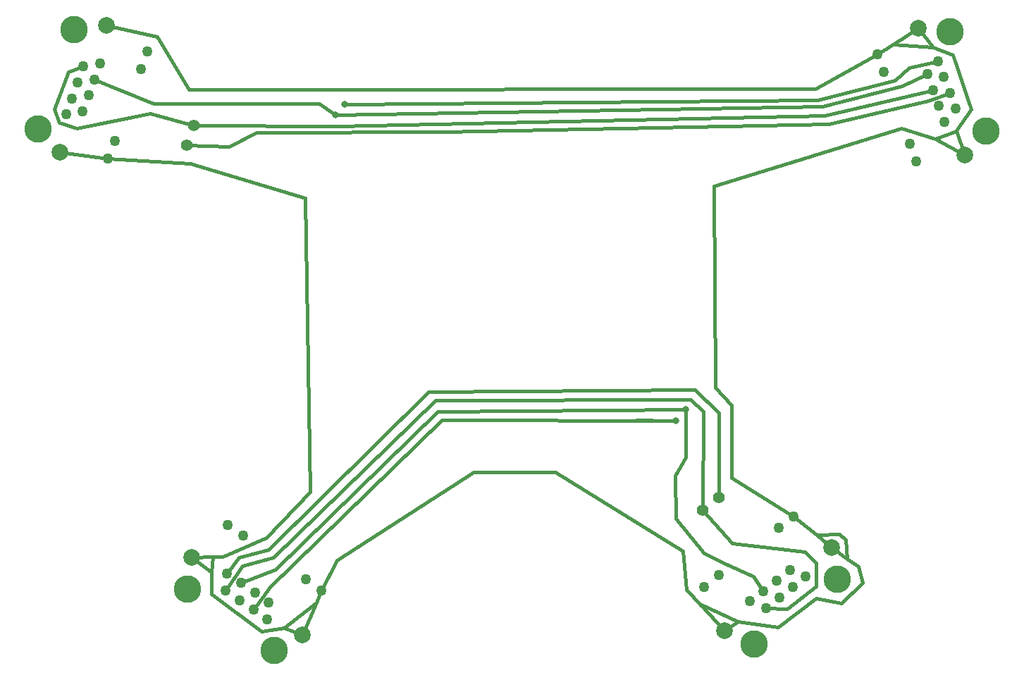
<source format=gbl>
G04 #@! TF.FileFunction,Copper,L2,Bot,Signal*
%FSLAX46Y46*%
G04 Gerber Fmt 4.6, Leading zero omitted, Abs format (unit mm)*
G04 Created by KiCad (PCBNEW 4.0.7) date 10/05/18 09:29:34*
%MOMM*%
%LPD*%
G01*
G04 APERTURE LIST*
%ADD10C,0.100000*%
%ADD11C,1.400000*%
%ADD12C,2.000000*%
%ADD13C,1.270000*%
%ADD14C,3.300000*%
%ADD15C,0.812800*%
%ADD16C,0.406400*%
G04 APERTURE END LIST*
D10*
D11*
X71001167Y-139647833D03*
X70146117Y-141997065D03*
X132130800Y-185851800D03*
X134100827Y-184312646D03*
D12*
X70789237Y-191540658D03*
D13*
X86335256Y-195455475D03*
X84467590Y-194147720D03*
X76972348Y-188899496D03*
X75104682Y-187591742D03*
X75043245Y-193432857D03*
X76706124Y-194597217D03*
X78369002Y-195761577D03*
X80031881Y-196925937D03*
X76520693Y-196640356D03*
X78183571Y-197804716D03*
X74849623Y-195470260D03*
X79846450Y-198969076D03*
D14*
X80675000Y-202650000D03*
X70271769Y-195365580D03*
D12*
X84100458Y-200861275D03*
X163607230Y-143161385D03*
D13*
X153118123Y-131037724D03*
X153897929Y-133180223D03*
X157027413Y-141778411D03*
X157807219Y-143920910D03*
X161207871Y-139171387D03*
X160513570Y-137263810D03*
X159819271Y-135356235D03*
X159124969Y-133448659D03*
X161837363Y-135696529D03*
X161143062Y-133788953D03*
X162535084Y-137613502D03*
X160448761Y-131881377D03*
D14*
X161881344Y-128390903D03*
X166225000Y-140325000D03*
D12*
X158049403Y-127891380D03*
X60492520Y-127593940D03*
D13*
X60734703Y-143623471D03*
X61514509Y-141480971D03*
X64643993Y-132882784D03*
X65423799Y-130740285D03*
X59765814Y-132192733D03*
X59071513Y-134100309D03*
X58377212Y-136007885D03*
X57682910Y-137915461D03*
X57050000Y-134450000D03*
X56355699Y-136357576D03*
X57747721Y-132533027D03*
X55661398Y-138265152D03*
D14*
X52320343Y-140018163D03*
X56663998Y-128084067D03*
D12*
X54934692Y-142863945D03*
X134803151Y-200312221D03*
D13*
X143092125Y-186590071D03*
X141295460Y-187993779D03*
X134085162Y-193627082D03*
X132288497Y-195030790D03*
X137856421Y-196797319D03*
X139456083Y-195547526D03*
X141055745Y-194297733D03*
X142655407Y-193047941D03*
X141355731Y-196322211D03*
X142955393Y-195072418D03*
X139748189Y-197578160D03*
X144555055Y-193822625D03*
D14*
X148317385Y-194106477D03*
X138309649Y-201925378D03*
D12*
X147608325Y-190307722D03*
D15*
X89103200Y-137033000D03*
X88011000Y-138328400D03*
X128930400Y-175082200D03*
X130149600Y-173761400D03*
D16*
X126024640Y-175021240D02*
X126019560Y-175026320D01*
X126024640Y-175021240D02*
X124231400Y-175021240D01*
X124231400Y-175021240D02*
X124226320Y-175026320D01*
X156997400Y-132638800D02*
X160448761Y-131881377D01*
X155270200Y-134213600D02*
X156997400Y-132638800D01*
X145948400Y-136575800D02*
X155270200Y-134213600D01*
X89103200Y-137033000D02*
X145948400Y-136575800D01*
X88011000Y-138328400D02*
X146558000Y-137363200D01*
X156083000Y-134848600D02*
X159124969Y-133448659D01*
X146558000Y-137363200D02*
X156083000Y-134848600D01*
X66167000Y-136982200D02*
X59071513Y-134100309D01*
X86131400Y-136982200D02*
X66167000Y-136982200D01*
X88011000Y-138328400D02*
X86131400Y-136982200D01*
X80137000Y-195046600D02*
X78183571Y-197804716D01*
X100787200Y-175006000D02*
X80137000Y-195046600D01*
X128930400Y-175082200D02*
X100787200Y-175006000D01*
X57747721Y-132533027D02*
X55956200Y-133197600D01*
X65811400Y-138176000D02*
X71001167Y-139647833D01*
X56997600Y-139979400D02*
X65811400Y-138176000D01*
X54838600Y-139268200D02*
X56997600Y-139979400D01*
X54254400Y-137668000D02*
X54838600Y-139268200D01*
X55956200Y-133197600D02*
X54254400Y-137668000D01*
X71001167Y-139647833D02*
X88265000Y-139674600D01*
X88265000Y-139674600D02*
X146786600Y-138430000D01*
X146786600Y-138430000D02*
X159819271Y-135356235D01*
X70146117Y-141997065D02*
X75234800Y-142113000D01*
X159258000Y-136677400D02*
X161837363Y-135696529D01*
X147294600Y-139446000D02*
X159258000Y-136677400D01*
X126441200Y-139827000D02*
X147294600Y-139446000D01*
X101117400Y-140385800D02*
X126441200Y-139827000D01*
X78587600Y-140462000D02*
X101117400Y-140385800D01*
X75234800Y-142113000D02*
X78587600Y-140462000D01*
X130149600Y-173761400D02*
X130149600Y-179451000D01*
X138252200Y-193776600D02*
X139456083Y-195547526D01*
X134721600Y-192176400D02*
X138252200Y-193776600D01*
X132283200Y-191033400D02*
X134721600Y-192176400D01*
X128955800Y-186893200D02*
X132283200Y-191033400D01*
X128828800Y-181686200D02*
X128955800Y-186893200D01*
X130149600Y-179451000D02*
X128828800Y-181686200D01*
X80873600Y-192913000D02*
X76706124Y-194597217D01*
X100355400Y-173990000D02*
X80873600Y-192913000D01*
X130149600Y-173761400D02*
X100355400Y-173990000D01*
X132130800Y-185851800D02*
X132207000Y-173964600D01*
X76885800Y-192532000D02*
X74849623Y-195470260D01*
X80619600Y-191541400D02*
X76885800Y-192532000D01*
X100025200Y-172669200D02*
X80619600Y-191541400D01*
X130733800Y-172542200D02*
X100025200Y-172669200D01*
X132207000Y-173964600D02*
X130733800Y-172542200D01*
X132130800Y-185851800D02*
X135686800Y-189839600D01*
X142316200Y-197662800D02*
X139748189Y-197578160D01*
X145821400Y-194970400D02*
X142316200Y-197662800D01*
X145796000Y-192201800D02*
X145821400Y-194970400D01*
X144424400Y-190855600D02*
X145796000Y-192201800D01*
X135686800Y-189839600D02*
X144424400Y-190855600D01*
X134100827Y-184312646D02*
X134112000Y-174117000D01*
X76403200Y-191490600D02*
X75043245Y-193432857D01*
X80010000Y-190550800D02*
X76403200Y-191490600D01*
X99187000Y-171653200D02*
X80010000Y-190550800D01*
X131191000Y-171373800D02*
X99187000Y-171653200D01*
X134112000Y-174117000D02*
X131191000Y-171373800D01*
X162631728Y-140294896D02*
X160070800Y-141198600D01*
X159842200Y-130200400D02*
X154989117Y-129843959D01*
X73101200Y-193268600D02*
X73273877Y-191455494D01*
X81864200Y-199999600D02*
X85741293Y-196892224D01*
X85741293Y-196892224D02*
X85741293Y-196892225D01*
X136372600Y-199237600D02*
X131835841Y-197112789D01*
X131927600Y-197307200D02*
X131927600Y-197211726D01*
X131835841Y-197112789D02*
X131927600Y-197307200D01*
X145832761Y-188846111D02*
X148539200Y-188747400D01*
X149301200Y-189433200D02*
X149510609Y-191646950D01*
X148539200Y-188747400D02*
X149301200Y-189433200D01*
X86335256Y-195455475D02*
X88188800Y-191846200D01*
X88188800Y-191846200D02*
X104673400Y-181229000D01*
X104673400Y-181229000D02*
X114452400Y-181229000D01*
X114452400Y-181229000D02*
X129743200Y-190779400D01*
X129743200Y-190779400D02*
X130225800Y-195376800D01*
X130225800Y-195376800D02*
X131927600Y-197211726D01*
X131927600Y-197211726D02*
X134803151Y-200312221D01*
X134803151Y-200312221D02*
X136372600Y-199237600D01*
X136372600Y-199237600D02*
X141198600Y-199923400D01*
X141198600Y-199923400D02*
X145745200Y-196418200D01*
X145745200Y-196418200D02*
X148818600Y-197027800D01*
X148818600Y-197027800D02*
X151409400Y-194538600D01*
X151409400Y-194538600D02*
X150876000Y-192608200D01*
X150876000Y-192608200D02*
X149510609Y-191646950D01*
X149510609Y-191646950D02*
X147608325Y-190307722D01*
X86335256Y-195455475D02*
X85741293Y-196892225D01*
X85741293Y-196892225D02*
X84100458Y-200861275D01*
X84100458Y-200861275D02*
X81864200Y-199999600D01*
X73101200Y-193268600D02*
X73101200Y-193268600D01*
X73101200Y-193268600D02*
X70789237Y-191540658D01*
X73101200Y-195884800D02*
X73101200Y-193268600D01*
X79171800Y-200380600D02*
X73101200Y-195884800D01*
X81864200Y-199999600D02*
X79171800Y-200380600D01*
X70789237Y-191540658D02*
X73273877Y-191455494D01*
X73273877Y-191455494D02*
X74472800Y-191414400D01*
X70612000Y-144195800D02*
X60734703Y-143623471D01*
X84429600Y-148361400D02*
X70612000Y-144195800D01*
X84963000Y-183616600D02*
X84429600Y-148361400D01*
X79781400Y-189179200D02*
X84963000Y-183616600D01*
X74472800Y-191414400D02*
X79781400Y-189179200D01*
X60734703Y-143623471D02*
X54934692Y-142863945D01*
X153118123Y-131037724D02*
X145669000Y-135229600D01*
X66598800Y-128981200D02*
X60492520Y-127593940D01*
X70408800Y-135331200D02*
X66598800Y-128981200D01*
X145669000Y-135229600D02*
X70408800Y-135331200D01*
X153118123Y-131037724D02*
X154989117Y-129843959D01*
X154989117Y-129843959D02*
X158049403Y-127891380D01*
X158049403Y-127891380D02*
X159842200Y-130200400D01*
X162610800Y-140233400D02*
X162631728Y-140294896D01*
X162631728Y-140294896D02*
X163607230Y-143161385D01*
X164414200Y-137668000D02*
X162610800Y-140233400D01*
X162204400Y-131165600D02*
X164414200Y-137668000D01*
X159842200Y-130200400D02*
X162204400Y-131165600D01*
X163607230Y-143161385D02*
X160070800Y-141198600D01*
X160070800Y-141198600D02*
X156057600Y-139928600D01*
X135661400Y-181940200D02*
X143092125Y-186590071D01*
X135585200Y-173253400D02*
X135661400Y-181940200D01*
X133705600Y-171145200D02*
X135585200Y-173253400D01*
X133477000Y-146888200D02*
X133705600Y-171145200D01*
X156057600Y-139928600D02*
X133477000Y-146888200D01*
X143092125Y-186590071D02*
X145832761Y-188846111D01*
X145832761Y-188846111D02*
X147608325Y-190307722D01*
M02*

</source>
